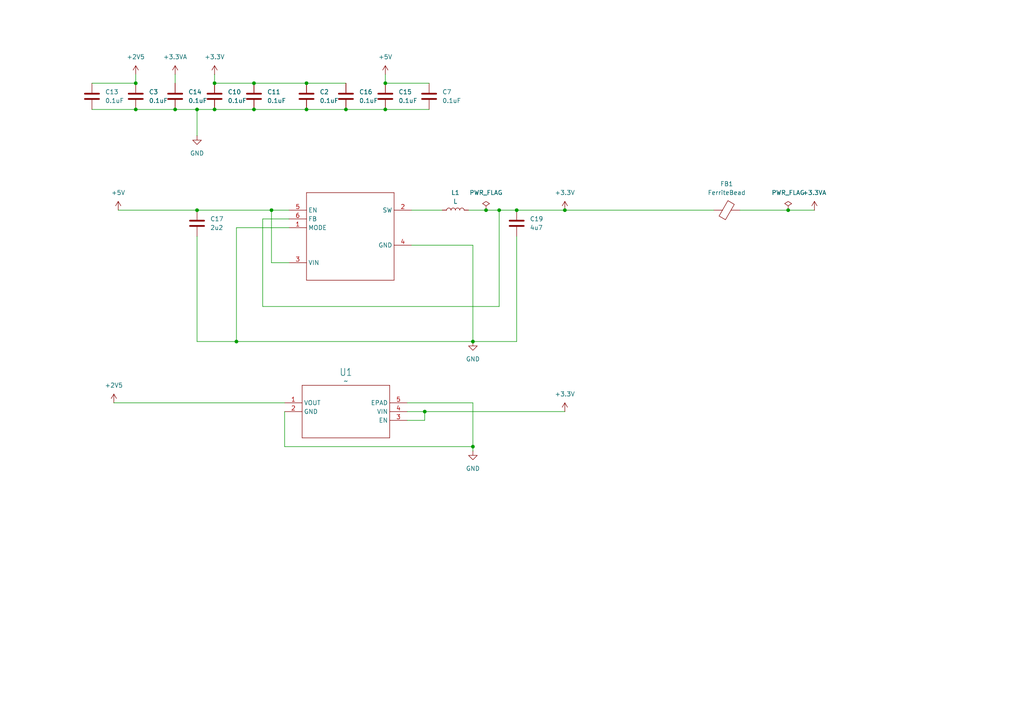
<source format=kicad_sch>
(kicad_sch
	(version 20250114)
	(generator "eeschema")
	(generator_version "9.0")
	(uuid "019be46e-a76b-4c7a-91f6-ecde0b6b9432")
	(paper "A4")
	(lib_symbols
		(symbol "Device:C"
			(pin_numbers
				(hide yes)
			)
			(pin_names
				(offset 0.254)
			)
			(exclude_from_sim no)
			(in_bom yes)
			(on_board yes)
			(property "Reference" "C"
				(at 0.635 2.54 0)
				(effects
					(font
						(size 1.27 1.27)
					)
					(justify left)
				)
			)
			(property "Value" "C"
				(at 0.635 -2.54 0)
				(effects
					(font
						(size 1.27 1.27)
					)
					(justify left)
				)
			)
			(property "Footprint" ""
				(at 0.9652 -3.81 0)
				(effects
					(font
						(size 1.27 1.27)
					)
					(hide yes)
				)
			)
			(property "Datasheet" "~"
				(at 0 0 0)
				(effects
					(font
						(size 1.27 1.27)
					)
					(hide yes)
				)
			)
			(property "Description" "Unpolarized capacitor"
				(at 0 0 0)
				(effects
					(font
						(size 1.27 1.27)
					)
					(hide yes)
				)
			)
			(property "ki_keywords" "cap capacitor"
				(at 0 0 0)
				(effects
					(font
						(size 1.27 1.27)
					)
					(hide yes)
				)
			)
			(property "ki_fp_filters" "C_*"
				(at 0 0 0)
				(effects
					(font
						(size 1.27 1.27)
					)
					(hide yes)
				)
			)
			(symbol "C_0_1"
				(polyline
					(pts
						(xy -2.032 0.762) (xy 2.032 0.762)
					)
					(stroke
						(width 0.508)
						(type default)
					)
					(fill
						(type none)
					)
				)
				(polyline
					(pts
						(xy -2.032 -0.762) (xy 2.032 -0.762)
					)
					(stroke
						(width 0.508)
						(type default)
					)
					(fill
						(type none)
					)
				)
			)
			(symbol "C_1_1"
				(pin passive line
					(at 0 3.81 270)
					(length 2.794)
					(name "~"
						(effects
							(font
								(size 1.27 1.27)
							)
						)
					)
					(number "1"
						(effects
							(font
								(size 1.27 1.27)
							)
						)
					)
				)
				(pin passive line
					(at 0 -3.81 90)
					(length 2.794)
					(name "~"
						(effects
							(font
								(size 1.27 1.27)
							)
						)
					)
					(number "2"
						(effects
							(font
								(size 1.27 1.27)
							)
						)
					)
				)
			)
			(embedded_fonts no)
		)
		(symbol "Device:FerriteBead"
			(pin_numbers
				(hide yes)
			)
			(pin_names
				(offset 0)
			)
			(exclude_from_sim no)
			(in_bom yes)
			(on_board yes)
			(property "Reference" "FB"
				(at -3.81 0.635 90)
				(effects
					(font
						(size 1.27 1.27)
					)
				)
			)
			(property "Value" "FerriteBead"
				(at 3.81 0 90)
				(effects
					(font
						(size 1.27 1.27)
					)
				)
			)
			(property "Footprint" ""
				(at -1.778 0 90)
				(effects
					(font
						(size 1.27 1.27)
					)
					(hide yes)
				)
			)
			(property "Datasheet" "~"
				(at 0 0 0)
				(effects
					(font
						(size 1.27 1.27)
					)
					(hide yes)
				)
			)
			(property "Description" "Ferrite bead"
				(at 0 0 0)
				(effects
					(font
						(size 1.27 1.27)
					)
					(hide yes)
				)
			)
			(property "ki_keywords" "L ferrite bead inductor filter"
				(at 0 0 0)
				(effects
					(font
						(size 1.27 1.27)
					)
					(hide yes)
				)
			)
			(property "ki_fp_filters" "Inductor_* L_* *Ferrite*"
				(at 0 0 0)
				(effects
					(font
						(size 1.27 1.27)
					)
					(hide yes)
				)
			)
			(symbol "FerriteBead_0_1"
				(polyline
					(pts
						(xy -2.7686 0.4064) (xy -1.7018 2.2606) (xy 2.7686 -0.3048) (xy 1.6764 -2.159) (xy -2.7686 0.4064)
					)
					(stroke
						(width 0)
						(type default)
					)
					(fill
						(type none)
					)
				)
				(polyline
					(pts
						(xy 0 1.27) (xy 0 1.2954)
					)
					(stroke
						(width 0)
						(type default)
					)
					(fill
						(type none)
					)
				)
				(polyline
					(pts
						(xy 0 -1.27) (xy 0 -1.2192)
					)
					(stroke
						(width 0)
						(type default)
					)
					(fill
						(type none)
					)
				)
			)
			(symbol "FerriteBead_1_1"
				(pin passive line
					(at 0 3.81 270)
					(length 2.54)
					(name "~"
						(effects
							(font
								(size 1.27 1.27)
							)
						)
					)
					(number "1"
						(effects
							(font
								(size 1.27 1.27)
							)
						)
					)
				)
				(pin passive line
					(at 0 -3.81 90)
					(length 2.54)
					(name "~"
						(effects
							(font
								(size 1.27 1.27)
							)
						)
					)
					(number "2"
						(effects
							(font
								(size 1.27 1.27)
							)
						)
					)
				)
			)
			(embedded_fonts no)
		)
		(symbol "Device:L"
			(pin_numbers
				(hide yes)
			)
			(pin_names
				(offset 1.016)
				(hide yes)
			)
			(exclude_from_sim no)
			(in_bom yes)
			(on_board yes)
			(property "Reference" "L"
				(at -1.27 0 90)
				(effects
					(font
						(size 1.27 1.27)
					)
				)
			)
			(property "Value" "L"
				(at 1.905 0 90)
				(effects
					(font
						(size 1.27 1.27)
					)
				)
			)
			(property "Footprint" ""
				(at 0 0 0)
				(effects
					(font
						(size 1.27 1.27)
					)
					(hide yes)
				)
			)
			(property "Datasheet" "~"
				(at 0 0 0)
				(effects
					(font
						(size 1.27 1.27)
					)
					(hide yes)
				)
			)
			(property "Description" "Inductor"
				(at 0 0 0)
				(effects
					(font
						(size 1.27 1.27)
					)
					(hide yes)
				)
			)
			(property "ki_keywords" "inductor choke coil reactor magnetic"
				(at 0 0 0)
				(effects
					(font
						(size 1.27 1.27)
					)
					(hide yes)
				)
			)
			(property "ki_fp_filters" "Choke_* *Coil* Inductor_* L_*"
				(at 0 0 0)
				(effects
					(font
						(size 1.27 1.27)
					)
					(hide yes)
				)
			)
			(symbol "L_0_1"
				(arc
					(start 0 2.54)
					(mid 0.6323 1.905)
					(end 0 1.27)
					(stroke
						(width 0)
						(type default)
					)
					(fill
						(type none)
					)
				)
				(arc
					(start 0 1.27)
					(mid 0.6323 0.635)
					(end 0 0)
					(stroke
						(width 0)
						(type default)
					)
					(fill
						(type none)
					)
				)
				(arc
					(start 0 0)
					(mid 0.6323 -0.635)
					(end 0 -1.27)
					(stroke
						(width 0)
						(type default)
					)
					(fill
						(type none)
					)
				)
				(arc
					(start 0 -1.27)
					(mid 0.6323 -1.905)
					(end 0 -2.54)
					(stroke
						(width 0)
						(type default)
					)
					(fill
						(type none)
					)
				)
			)
			(symbol "L_1_1"
				(pin passive line
					(at 0 3.81 270)
					(length 1.27)
					(name "1"
						(effects
							(font
								(size 1.27 1.27)
							)
						)
					)
					(number "1"
						(effects
							(font
								(size 1.27 1.27)
							)
						)
					)
				)
				(pin passive line
					(at 0 -3.81 90)
					(length 1.27)
					(name "2"
						(effects
							(font
								(size 1.27 1.27)
							)
						)
					)
					(number "2"
						(effects
							(font
								(size 1.27 1.27)
							)
						)
					)
				)
			)
			(embedded_fonts no)
		)
		(symbol "max10u169:MIC94310-JYMT-TR"
			(exclude_from_sim no)
			(in_bom yes)
			(on_board yes)
			(property "Reference" "U"
				(at 15.5956 9.1186 0)
				(effects
					(font
						(size 2.0828 1.7703)
					)
					(justify left bottom)
				)
			)
			(property "Value" ""
				(at 14.9606 6.5786 0)
				(effects
					(font
						(size 2.0828 1.7703)
					)
					(justify left bottom)
				)
			)
			(property "Footprint" "max10:TDFN4_1P2X1P6_MCH"
				(at 0 0 0)
				(effects
					(font
						(size 1.27 1.27)
					)
					(hide yes)
				)
			)
			(property "Datasheet" ""
				(at 0 0 0)
				(effects
					(font
						(size 1.27 1.27)
					)
					(hide yes)
				)
			)
			(property "Description" ""
				(at 0 0 0)
				(effects
					(font
						(size 1.27 1.27)
					)
					(hide yes)
				)
			)
			(property "ki_locked" ""
				(at 0 0 0)
				(effects
					(font
						(size 1.27 1.27)
					)
				)
			)
			(symbol "MIC94310-JYMT-TR_1_0"
				(polyline
					(pts
						(xy 7.62 5.08) (xy 7.62 -10.16)
					)
					(stroke
						(width 0.1524)
						(type solid)
					)
					(fill
						(type none)
					)
				)
				(polyline
					(pts
						(xy 7.62 -10.16) (xy 33.02 -10.16)
					)
					(stroke
						(width 0.1524)
						(type solid)
					)
					(fill
						(type none)
					)
				)
				(polyline
					(pts
						(xy 33.02 5.08) (xy 7.62 5.08)
					)
					(stroke
						(width 0.1524)
						(type solid)
					)
					(fill
						(type none)
					)
				)
				(polyline
					(pts
						(xy 33.02 -10.16) (xy 33.02 5.08)
					)
					(stroke
						(width 0.1524)
						(type solid)
					)
					(fill
						(type none)
					)
				)
				(pin output line
					(at 2.54 0 0)
					(length 5.08)
					(name "VOUT"
						(effects
							(font
								(size 1.27 1.27)
							)
						)
					)
					(number "1"
						(effects
							(font
								(size 1.27 1.27)
							)
						)
					)
				)
				(pin power_in line
					(at 2.54 -2.54 0)
					(length 5.08)
					(name "GND"
						(effects
							(font
								(size 1.27 1.27)
							)
						)
					)
					(number "2"
						(effects
							(font
								(size 1.27 1.27)
							)
						)
					)
				)
				(pin passive line
					(at 38.1 0 180)
					(length 5.08)
					(name "EPAD"
						(effects
							(font
								(size 1.27 1.27)
							)
						)
					)
					(number "5"
						(effects
							(font
								(size 1.27 1.27)
							)
						)
					)
				)
				(pin input line
					(at 38.1 -2.54 180)
					(length 5.08)
					(name "VIN"
						(effects
							(font
								(size 1.27 1.27)
							)
						)
					)
					(number "4"
						(effects
							(font
								(size 1.27 1.27)
							)
						)
					)
				)
				(pin input line
					(at 38.1 -5.08 180)
					(length 5.08)
					(name "EN"
						(effects
							(font
								(size 1.27 1.27)
							)
						)
					)
					(number "3"
						(effects
							(font
								(size 1.27 1.27)
							)
						)
					)
				)
			)
			(embedded_fonts no)
		)
		(symbol "max10u169:TPS62237DRYR"
			(exclude_from_sim no)
			(in_bom yes)
			(on_board yes)
			(property "Reference" "U"
				(at 15.5956 9.1186 0)
				(effects
					(font
						(size 2.0828 1.7703)
					)
					(justify left bottom)
					(hide yes)
				)
			)
			(property "Value" ""
				(at 14.9606 6.5786 0)
				(effects
					(font
						(size 2.0828 1.7703)
					)
					(justify left bottom)
					(hide yes)
				)
			)
			(property "Footprint" "max10:DRY6"
				(at 0 0 0)
				(effects
					(font
						(size 1.27 1.27)
					)
					(hide yes)
				)
			)
			(property "Datasheet" ""
				(at 0 0 0)
				(effects
					(font
						(size 1.27 1.27)
					)
					(hide yes)
				)
			)
			(property "Description" ""
				(at 0 0 0)
				(effects
					(font
						(size 1.27 1.27)
					)
					(hide yes)
				)
			)
			(property "ki_locked" ""
				(at 0 0 0)
				(effects
					(font
						(size 1.27 1.27)
					)
				)
			)
			(symbol "TPS62237DRYR_1_0"
				(polyline
					(pts
						(xy 7.62 5.08) (xy 7.62 -20.32)
					)
					(stroke
						(width 0.1524)
						(type solid)
					)
					(fill
						(type none)
					)
				)
				(polyline
					(pts
						(xy 7.62 -20.32) (xy 33.02 -20.32)
					)
					(stroke
						(width 0.1524)
						(type solid)
					)
					(fill
						(type none)
					)
				)
				(polyline
					(pts
						(xy 33.02 5.08) (xy 7.62 5.08)
					)
					(stroke
						(width 0.1524)
						(type solid)
					)
					(fill
						(type none)
					)
				)
				(polyline
					(pts
						(xy 33.02 -20.32) (xy 33.02 5.08)
					)
					(stroke
						(width 0.1524)
						(type solid)
					)
					(fill
						(type none)
					)
				)
				(pin input line
					(at 2.54 0 0)
					(length 5.08)
					(name "EN"
						(effects
							(font
								(size 1.27 1.27)
							)
						)
					)
					(number "5"
						(effects
							(font
								(size 1.27 1.27)
							)
						)
					)
				)
				(pin input line
					(at 2.54 -2.54 0)
					(length 5.08)
					(name "FB"
						(effects
							(font
								(size 1.27 1.27)
							)
						)
					)
					(number "6"
						(effects
							(font
								(size 1.27 1.27)
							)
						)
					)
				)
				(pin input line
					(at 2.54 -5.08 0)
					(length 5.08)
					(name "MODE"
						(effects
							(font
								(size 1.27 1.27)
							)
						)
					)
					(number "1"
						(effects
							(font
								(size 1.27 1.27)
							)
						)
					)
				)
				(pin power_in line
					(at 2.54 -15.24 0)
					(length 5.08)
					(name "VIN"
						(effects
							(font
								(size 1.27 1.27)
							)
						)
					)
					(number "3"
						(effects
							(font
								(size 1.27 1.27)
							)
						)
					)
				)
				(pin output line
					(at 38.1 0 180)
					(length 5.08)
					(name "SW"
						(effects
							(font
								(size 1.27 1.27)
							)
						)
					)
					(number "2"
						(effects
							(font
								(size 1.27 1.27)
							)
						)
					)
				)
				(pin power_in line
					(at 38.1 -10.16 180)
					(length 5.08)
					(name "GND"
						(effects
							(font
								(size 1.27 1.27)
							)
						)
					)
					(number "4"
						(effects
							(font
								(size 1.27 1.27)
							)
						)
					)
				)
			)
			(embedded_fonts no)
		)
		(symbol "power:+2V5"
			(power)
			(pin_numbers
				(hide yes)
			)
			(pin_names
				(offset 0)
				(hide yes)
			)
			(exclude_from_sim no)
			(in_bom yes)
			(on_board yes)
			(property "Reference" "#PWR"
				(at 0 -3.81 0)
				(effects
					(font
						(size 1.27 1.27)
					)
					(hide yes)
				)
			)
			(property "Value" "+2V5"
				(at 0 3.556 0)
				(effects
					(font
						(size 1.27 1.27)
					)
				)
			)
			(property "Footprint" ""
				(at 0 0 0)
				(effects
					(font
						(size 1.27 1.27)
					)
					(hide yes)
				)
			)
			(property "Datasheet" ""
				(at 0 0 0)
				(effects
					(font
						(size 1.27 1.27)
					)
					(hide yes)
				)
			)
			(property "Description" "Power symbol creates a global label with name \"+2V5\""
				(at 0 0 0)
				(effects
					(font
						(size 1.27 1.27)
					)
					(hide yes)
				)
			)
			(property "ki_keywords" "global power"
				(at 0 0 0)
				(effects
					(font
						(size 1.27 1.27)
					)
					(hide yes)
				)
			)
			(symbol "+2V5_0_1"
				(polyline
					(pts
						(xy -0.762 1.27) (xy 0 2.54)
					)
					(stroke
						(width 0)
						(type default)
					)
					(fill
						(type none)
					)
				)
				(polyline
					(pts
						(xy 0 2.54) (xy 0.762 1.27)
					)
					(stroke
						(width 0)
						(type default)
					)
					(fill
						(type none)
					)
				)
				(polyline
					(pts
						(xy 0 0) (xy 0 2.54)
					)
					(stroke
						(width 0)
						(type default)
					)
					(fill
						(type none)
					)
				)
			)
			(symbol "+2V5_1_1"
				(pin power_in line
					(at 0 0 90)
					(length 0)
					(name "~"
						(effects
							(font
								(size 1.27 1.27)
							)
						)
					)
					(number "1"
						(effects
							(font
								(size 1.27 1.27)
							)
						)
					)
				)
			)
			(embedded_fonts no)
		)
		(symbol "power:+3.3V"
			(power)
			(pin_numbers
				(hide yes)
			)
			(pin_names
				(offset 0)
				(hide yes)
			)
			(exclude_from_sim no)
			(in_bom yes)
			(on_board yes)
			(property "Reference" "#PWR"
				(at 0 -3.81 0)
				(effects
					(font
						(size 1.27 1.27)
					)
					(hide yes)
				)
			)
			(property "Value" "+3.3V"
				(at 0 3.556 0)
				(effects
					(font
						(size 1.27 1.27)
					)
				)
			)
			(property "Footprint" ""
				(at 0 0 0)
				(effects
					(font
						(size 1.27 1.27)
					)
					(hide yes)
				)
			)
			(property "Datasheet" ""
				(at 0 0 0)
				(effects
					(font
						(size 1.27 1.27)
					)
					(hide yes)
				)
			)
			(property "Description" "Power symbol creates a global label with name \"+3.3V\""
				(at 0 0 0)
				(effects
					(font
						(size 1.27 1.27)
					)
					(hide yes)
				)
			)
			(property "ki_keywords" "global power"
				(at 0 0 0)
				(effects
					(font
						(size 1.27 1.27)
					)
					(hide yes)
				)
			)
			(symbol "+3.3V_0_1"
				(polyline
					(pts
						(xy -0.762 1.27) (xy 0 2.54)
					)
					(stroke
						(width 0)
						(type default)
					)
					(fill
						(type none)
					)
				)
				(polyline
					(pts
						(xy 0 2.54) (xy 0.762 1.27)
					)
					(stroke
						(width 0)
						(type default)
					)
					(fill
						(type none)
					)
				)
				(polyline
					(pts
						(xy 0 0) (xy 0 2.54)
					)
					(stroke
						(width 0)
						(type default)
					)
					(fill
						(type none)
					)
				)
			)
			(symbol "+3.3V_1_1"
				(pin power_in line
					(at 0 0 90)
					(length 0)
					(name "~"
						(effects
							(font
								(size 1.27 1.27)
							)
						)
					)
					(number "1"
						(effects
							(font
								(size 1.27 1.27)
							)
						)
					)
				)
			)
			(embedded_fonts no)
		)
		(symbol "power:+3.3VA"
			(power)
			(pin_numbers
				(hide yes)
			)
			(pin_names
				(offset 0)
				(hide yes)
			)
			(exclude_from_sim no)
			(in_bom yes)
			(on_board yes)
			(property "Reference" "#PWR"
				(at 0 -3.81 0)
				(effects
					(font
						(size 1.27 1.27)
					)
					(hide yes)
				)
			)
			(property "Value" "+3.3VA"
				(at 0 3.556 0)
				(effects
					(font
						(size 1.27 1.27)
					)
				)
			)
			(property "Footprint" ""
				(at 0 0 0)
				(effects
					(font
						(size 1.27 1.27)
					)
					(hide yes)
				)
			)
			(property "Datasheet" ""
				(at 0 0 0)
				(effects
					(font
						(size 1.27 1.27)
					)
					(hide yes)
				)
			)
			(property "Description" "Power symbol creates a global label with name \"+3.3VA\""
				(at 0 0 0)
				(effects
					(font
						(size 1.27 1.27)
					)
					(hide yes)
				)
			)
			(property "ki_keywords" "global power"
				(at 0 0 0)
				(effects
					(font
						(size 1.27 1.27)
					)
					(hide yes)
				)
			)
			(symbol "+3.3VA_0_1"
				(polyline
					(pts
						(xy -0.762 1.27) (xy 0 2.54)
					)
					(stroke
						(width 0)
						(type default)
					)
					(fill
						(type none)
					)
				)
				(polyline
					(pts
						(xy 0 2.54) (xy 0.762 1.27)
					)
					(stroke
						(width 0)
						(type default)
					)
					(fill
						(type none)
					)
				)
				(polyline
					(pts
						(xy 0 0) (xy 0 2.54)
					)
					(stroke
						(width 0)
						(type default)
					)
					(fill
						(type none)
					)
				)
			)
			(symbol "+3.3VA_1_1"
				(pin power_in line
					(at 0 0 90)
					(length 0)
					(name "~"
						(effects
							(font
								(size 1.27 1.27)
							)
						)
					)
					(number "1"
						(effects
							(font
								(size 1.27 1.27)
							)
						)
					)
				)
			)
			(embedded_fonts no)
		)
		(symbol "power:+5V"
			(power)
			(pin_numbers
				(hide yes)
			)
			(pin_names
				(offset 0)
				(hide yes)
			)
			(exclude_from_sim no)
			(in_bom yes)
			(on_board yes)
			(property "Reference" "#PWR"
				(at 0 -3.81 0)
				(effects
					(font
						(size 1.27 1.27)
					)
					(hide yes)
				)
			)
			(property "Value" "+5V"
				(at 0 3.556 0)
				(effects
					(font
						(size 1.27 1.27)
					)
				)
			)
			(property "Footprint" ""
				(at 0 0 0)
				(effects
					(font
						(size 1.27 1.27)
					)
					(hide yes)
				)
			)
			(property "Datasheet" ""
				(at 0 0 0)
				(effects
					(font
						(size 1.27 1.27)
					)
					(hide yes)
				)
			)
			(property "Description" "Power symbol creates a global label with name \"+5V\""
				(at 0 0 0)
				(effects
					(font
						(size 1.27 1.27)
					)
					(hide yes)
				)
			)
			(property "ki_keywords" "global power"
				(at 0 0 0)
				(effects
					(font
						(size 1.27 1.27)
					)
					(hide yes)
				)
			)
			(symbol "+5V_0_1"
				(polyline
					(pts
						(xy -0.762 1.27) (xy 0 2.54)
					)
					(stroke
						(width 0)
						(type default)
					)
					(fill
						(type none)
					)
				)
				(polyline
					(pts
						(xy 0 2.54) (xy 0.762 1.27)
					)
					(stroke
						(width 0)
						(type default)
					)
					(fill
						(type none)
					)
				)
				(polyline
					(pts
						(xy 0 0) (xy 0 2.54)
					)
					(stroke
						(width 0)
						(type default)
					)
					(fill
						(type none)
					)
				)
			)
			(symbol "+5V_1_1"
				(pin power_in line
					(at 0 0 90)
					(length 0)
					(name "~"
						(effects
							(font
								(size 1.27 1.27)
							)
						)
					)
					(number "1"
						(effects
							(font
								(size 1.27 1.27)
							)
						)
					)
				)
			)
			(embedded_fonts no)
		)
		(symbol "power:GND"
			(power)
			(pin_numbers
				(hide yes)
			)
			(pin_names
				(offset 0)
				(hide yes)
			)
			(exclude_from_sim no)
			(in_bom yes)
			(on_board yes)
			(property "Reference" "#PWR"
				(at 0 -6.35 0)
				(effects
					(font
						(size 1.27 1.27)
					)
					(hide yes)
				)
			)
			(property "Value" "GND"
				(at 0 -3.81 0)
				(effects
					(font
						(size 1.27 1.27)
					)
				)
			)
			(property "Footprint" ""
				(at 0 0 0)
				(effects
					(font
						(size 1.27 1.27)
					)
					(hide yes)
				)
			)
			(property "Datasheet" ""
				(at 0 0 0)
				(effects
					(font
						(size 1.27 1.27)
					)
					(hide yes)
				)
			)
			(property "Description" "Power symbol creates a global label with name \"GND\" , ground"
				(at 0 0 0)
				(effects
					(font
						(size 1.27 1.27)
					)
					(hide yes)
				)
			)
			(property "ki_keywords" "global power"
				(at 0 0 0)
				(effects
					(font
						(size 1.27 1.27)
					)
					(hide yes)
				)
			)
			(symbol "GND_0_1"
				(polyline
					(pts
						(xy 0 0) (xy 0 -1.27) (xy 1.27 -1.27) (xy 0 -2.54) (xy -1.27 -1.27) (xy 0 -1.27)
					)
					(stroke
						(width 0)
						(type default)
					)
					(fill
						(type none)
					)
				)
			)
			(symbol "GND_1_1"
				(pin power_in line
					(at 0 0 270)
					(length 0)
					(name "~"
						(effects
							(font
								(size 1.27 1.27)
							)
						)
					)
					(number "1"
						(effects
							(font
								(size 1.27 1.27)
							)
						)
					)
				)
			)
			(embedded_fonts no)
		)
		(symbol "power:PWR_FLAG"
			(power)
			(pin_numbers
				(hide yes)
			)
			(pin_names
				(offset 0)
				(hide yes)
			)
			(exclude_from_sim no)
			(in_bom yes)
			(on_board yes)
			(property "Reference" "#FLG"
				(at 0 1.905 0)
				(effects
					(font
						(size 1.27 1.27)
					)
					(hide yes)
				)
			)
			(property "Value" "PWR_FLAG"
				(at 0 3.81 0)
				(effects
					(font
						(size 1.27 1.27)
					)
				)
			)
			(property "Footprint" ""
				(at 0 0 0)
				(effects
					(font
						(size 1.27 1.27)
					)
					(hide yes)
				)
			)
			(property "Datasheet" "~"
				(at 0 0 0)
				(effects
					(font
						(size 1.27 1.27)
					)
					(hide yes)
				)
			)
			(property "Description" "Special symbol for telling ERC where power comes from"
				(at 0 0 0)
				(effects
					(font
						(size 1.27 1.27)
					)
					(hide yes)
				)
			)
			(property "ki_keywords" "flag power"
				(at 0 0 0)
				(effects
					(font
						(size 1.27 1.27)
					)
					(hide yes)
				)
			)
			(symbol "PWR_FLAG_0_0"
				(pin power_out line
					(at 0 0 90)
					(length 0)
					(name "~"
						(effects
							(font
								(size 1.27 1.27)
							)
						)
					)
					(number "1"
						(effects
							(font
								(size 1.27 1.27)
							)
						)
					)
				)
			)
			(symbol "PWR_FLAG_0_1"
				(polyline
					(pts
						(xy 0 0) (xy 0 1.27) (xy -1.016 1.905) (xy 0 2.54) (xy 1.016 1.905) (xy 0 1.27)
					)
					(stroke
						(width 0)
						(type default)
					)
					(fill
						(type none)
					)
				)
			)
			(embedded_fonts no)
		)
	)
	(junction
		(at 88.9 31.75)
		(diameter 0)
		(color 0 0 0 0)
		(uuid "01fc27d5-98d7-4765-88b6-a0bcc522d12c")
	)
	(junction
		(at 57.15 60.96)
		(diameter 0)
		(color 0 0 0 0)
		(uuid "2a7ddd04-0a84-4708-bd23-0cf36583273a")
	)
	(junction
		(at 163.83 60.96)
		(diameter 0)
		(color 0 0 0 0)
		(uuid "3640a7e1-fe78-4f1e-b50c-0c3cb85e285a")
	)
	(junction
		(at 100.33 31.75)
		(diameter 0)
		(color 0 0 0 0)
		(uuid "3a527397-6eff-4eb0-8834-c0c494dea88c")
	)
	(junction
		(at 68.58 99.06)
		(diameter 0)
		(color 0 0 0 0)
		(uuid "3d14c0eb-b5ee-4116-ae23-ec4891a7de17")
	)
	(junction
		(at 50.8 31.75)
		(diameter 0)
		(color 0 0 0 0)
		(uuid "4225582a-4bb5-49c6-90bc-748fdad08466")
	)
	(junction
		(at 123.19 119.38)
		(diameter 0)
		(color 0 0 0 0)
		(uuid "50e30cc6-c511-425c-952e-64b47049a3eb")
	)
	(junction
		(at 57.15 31.75)
		(diameter 0)
		(color 0 0 0 0)
		(uuid "58a353cc-80d6-42ec-a0ca-b6ddfac31625")
	)
	(junction
		(at 111.76 24.13)
		(diameter 0)
		(color 0 0 0 0)
		(uuid "6e20ccee-28c8-4674-8aaf-23869f23d7cb")
	)
	(junction
		(at 149.86 60.96)
		(diameter 0)
		(color 0 0 0 0)
		(uuid "8c0b6e73-bcba-431c-a014-a3ce41252970")
	)
	(junction
		(at 111.76 31.75)
		(diameter 0)
		(color 0 0 0 0)
		(uuid "8c837490-413c-4145-bef2-63eed0984a33")
	)
	(junction
		(at 140.97 60.96)
		(diameter 0)
		(color 0 0 0 0)
		(uuid "8ec6ed0d-b563-4dc7-b8d7-b1f00a56c205")
	)
	(junction
		(at 73.66 24.13)
		(diameter 0)
		(color 0 0 0 0)
		(uuid "9c244ced-21d3-4b02-ac05-65ab8d5dbf47")
	)
	(junction
		(at 73.66 31.75)
		(diameter 0)
		(color 0 0 0 0)
		(uuid "a36cf86e-6559-4fe7-b1a7-11d5ad159ef0")
	)
	(junction
		(at 39.37 24.13)
		(diameter 0)
		(color 0 0 0 0)
		(uuid "aa6a6d35-9680-4a24-9926-5011fba806d4")
	)
	(junction
		(at 144.78 60.96)
		(diameter 0)
		(color 0 0 0 0)
		(uuid "b6eeb3c1-3a2f-4904-b999-63a75a310e59")
	)
	(junction
		(at 62.23 31.75)
		(diameter 0)
		(color 0 0 0 0)
		(uuid "b780313e-4a91-4357-a953-30004aefe78f")
	)
	(junction
		(at 137.16 129.54)
		(diameter 0)
		(color 0 0 0 0)
		(uuid "c9390a38-9d85-4d57-9d90-493cbd290c81")
	)
	(junction
		(at 137.16 99.06)
		(diameter 0)
		(color 0 0 0 0)
		(uuid "cb06dbd0-fc03-44c5-8bae-cd3232e17486")
	)
	(junction
		(at 228.6 60.96)
		(diameter 0)
		(color 0 0 0 0)
		(uuid "d6575f90-aa53-4483-b59d-cba5405fedeb")
	)
	(junction
		(at 78.74 60.96)
		(diameter 0)
		(color 0 0 0 0)
		(uuid "e35d946d-09c5-4a86-a2f2-0e0a095febea")
	)
	(junction
		(at 88.9 24.13)
		(diameter 0)
		(color 0 0 0 0)
		(uuid "e4f6bb89-451a-4bc8-879b-d81eb522471e")
	)
	(junction
		(at 39.37 31.75)
		(diameter 0)
		(color 0 0 0 0)
		(uuid "fea2c841-e0d7-4974-b8fd-7a0257d89e31")
	)
	(junction
		(at 62.23 24.13)
		(diameter 0)
		(color 0 0 0 0)
		(uuid "fffd1880-6c30-4c76-a59c-b75ba13016de")
	)
	(wire
		(pts
			(xy 78.74 76.2) (xy 78.74 60.96)
		)
		(stroke
			(width 0)
			(type default)
		)
		(uuid "07c16a52-4a02-4901-a771-9383bcbcf6a9")
	)
	(wire
		(pts
			(xy 137.16 99.06) (xy 137.16 71.12)
		)
		(stroke
			(width 0)
			(type default)
		)
		(uuid "09535ef4-78cb-4ea2-8a03-c3d72b040d46")
	)
	(wire
		(pts
			(xy 62.23 24.13) (xy 73.66 24.13)
		)
		(stroke
			(width 0)
			(type default)
		)
		(uuid "0da3f39e-5f91-48b5-8e52-2f004c6a891e")
	)
	(wire
		(pts
			(xy 50.8 31.75) (xy 57.15 31.75)
		)
		(stroke
			(width 0)
			(type default)
		)
		(uuid "105ae602-eb26-4529-b37d-8e6c0aa70e07")
	)
	(wire
		(pts
			(xy 140.97 60.96) (xy 144.78 60.96)
		)
		(stroke
			(width 0)
			(type default)
		)
		(uuid "106f5026-3d19-4227-af5a-d2598ed40354")
	)
	(wire
		(pts
			(xy 123.19 119.38) (xy 163.83 119.38)
		)
		(stroke
			(width 0)
			(type default)
		)
		(uuid "13329928-2d08-4932-b91f-66463417ef9f")
	)
	(wire
		(pts
			(xy 76.2 63.5) (xy 83.82 63.5)
		)
		(stroke
			(width 0)
			(type default)
		)
		(uuid "1450eb5b-0167-416a-bd05-229b8a05fda2")
	)
	(wire
		(pts
			(xy 68.58 66.04) (xy 68.58 99.06)
		)
		(stroke
			(width 0)
			(type default)
		)
		(uuid "1492b977-469a-444f-9485-c55932bf411b")
	)
	(wire
		(pts
			(xy 57.15 68.58) (xy 57.15 99.06)
		)
		(stroke
			(width 0)
			(type default)
		)
		(uuid "17389a8b-7e0c-47db-a647-cf0bf121005d")
	)
	(wire
		(pts
			(xy 83.82 66.04) (xy 68.58 66.04)
		)
		(stroke
			(width 0)
			(type default)
		)
		(uuid "1dd7b343-caf1-40f2-9445-d135d4083b7d")
	)
	(wire
		(pts
			(xy 137.16 129.54) (xy 137.16 130.81)
		)
		(stroke
			(width 0)
			(type default)
		)
		(uuid "233efd61-f59f-4fcd-b95d-b4adbd51d69a")
	)
	(wire
		(pts
			(xy 62.23 31.75) (xy 73.66 31.75)
		)
		(stroke
			(width 0)
			(type default)
		)
		(uuid "2ace62d9-1c48-4821-bd48-abd1f0579a84")
	)
	(wire
		(pts
			(xy 88.9 31.75) (xy 100.33 31.75)
		)
		(stroke
			(width 0)
			(type default)
		)
		(uuid "37c542a6-8bde-427f-8ba4-de613424176e")
	)
	(wire
		(pts
			(xy 135.89 60.96) (xy 140.97 60.96)
		)
		(stroke
			(width 0)
			(type default)
		)
		(uuid "46e89393-dac3-4cd7-aef1-5c6b6d04f84f")
	)
	(wire
		(pts
			(xy 83.82 76.2) (xy 78.74 76.2)
		)
		(stroke
			(width 0)
			(type default)
		)
		(uuid "4bfaef87-906b-41bb-84f3-66ab5698c2fa")
	)
	(wire
		(pts
			(xy 26.67 24.13) (xy 39.37 24.13)
		)
		(stroke
			(width 0)
			(type default)
		)
		(uuid "4bfcb2fc-1e44-4d0b-bbd3-ca61b490d729")
	)
	(wire
		(pts
			(xy 118.11 121.92) (xy 123.19 121.92)
		)
		(stroke
			(width 0)
			(type default)
		)
		(uuid "4de34d8b-bdd0-466f-a044-ea3614e0149c")
	)
	(wire
		(pts
			(xy 119.38 60.96) (xy 128.27 60.96)
		)
		(stroke
			(width 0)
			(type default)
		)
		(uuid "544cb2a2-6288-4ef9-afbb-1e8e6946f827")
	)
	(wire
		(pts
			(xy 118.11 119.38) (xy 123.19 119.38)
		)
		(stroke
			(width 0)
			(type default)
		)
		(uuid "56d40f98-0cf4-44b1-91b2-6a199aa6a9ad")
	)
	(wire
		(pts
			(xy 118.11 116.84) (xy 137.16 116.84)
		)
		(stroke
			(width 0)
			(type default)
		)
		(uuid "5a91f214-7a5d-43c9-86d5-83eb7c008665")
	)
	(wire
		(pts
			(xy 149.86 60.96) (xy 163.83 60.96)
		)
		(stroke
			(width 0)
			(type default)
		)
		(uuid "60f33b2f-15be-4d12-9077-4a2eb3d5e5a8")
	)
	(wire
		(pts
			(xy 50.8 21.59) (xy 50.8 24.13)
		)
		(stroke
			(width 0)
			(type default)
		)
		(uuid "6454dc45-35d0-4a37-9729-c657132f50f4")
	)
	(wire
		(pts
			(xy 73.66 24.13) (xy 88.9 24.13)
		)
		(stroke
			(width 0)
			(type default)
		)
		(uuid "6a0bace9-8eac-4d0a-9214-a8c51d7f8271")
	)
	(wire
		(pts
			(xy 149.86 99.06) (xy 137.16 99.06)
		)
		(stroke
			(width 0)
			(type default)
		)
		(uuid "76cf0c87-7407-4540-b0f9-3158e9e691c0")
	)
	(wire
		(pts
			(xy 214.63 60.96) (xy 228.6 60.96)
		)
		(stroke
			(width 0)
			(type default)
		)
		(uuid "7942fde7-d2c2-4265-900e-ee016e9f5d32")
	)
	(wire
		(pts
			(xy 78.74 60.96) (xy 83.82 60.96)
		)
		(stroke
			(width 0)
			(type default)
		)
		(uuid "7bc8bcdc-ae9a-40dd-a432-e6a5adff55df")
	)
	(wire
		(pts
			(xy 34.29 60.96) (xy 57.15 60.96)
		)
		(stroke
			(width 0)
			(type default)
		)
		(uuid "7be33026-37ff-4a95-8a43-c0d8cd48463e")
	)
	(wire
		(pts
			(xy 88.9 24.13) (xy 100.33 24.13)
		)
		(stroke
			(width 0)
			(type default)
		)
		(uuid "7f9912da-aa9a-473d-8300-1b3b9b75fd6d")
	)
	(wire
		(pts
			(xy 39.37 31.75) (xy 50.8 31.75)
		)
		(stroke
			(width 0)
			(type default)
		)
		(uuid "80683706-1740-41db-8c69-64eca26bebdb")
	)
	(wire
		(pts
			(xy 82.55 129.54) (xy 137.16 129.54)
		)
		(stroke
			(width 0)
			(type default)
		)
		(uuid "809241c3-36ff-4513-bcd6-00c83c2952d3")
	)
	(wire
		(pts
			(xy 123.19 121.92) (xy 123.19 119.38)
		)
		(stroke
			(width 0)
			(type default)
		)
		(uuid "96b75933-2b4c-411b-906a-54e3bb0b2190")
	)
	(wire
		(pts
			(xy 149.86 68.58) (xy 149.86 99.06)
		)
		(stroke
			(width 0)
			(type default)
		)
		(uuid "9fb2bc1e-c55c-428d-b593-16e189450014")
	)
	(wire
		(pts
			(xy 57.15 31.75) (xy 62.23 31.75)
		)
		(stroke
			(width 0)
			(type default)
		)
		(uuid "a2c0e907-4b71-4215-9009-3ffcf3a42308")
	)
	(wire
		(pts
			(xy 111.76 21.59) (xy 111.76 24.13)
		)
		(stroke
			(width 0)
			(type default)
		)
		(uuid "a58af5e0-b6b1-4f80-b9d0-b76f6376de23")
	)
	(wire
		(pts
			(xy 111.76 31.75) (xy 124.46 31.75)
		)
		(stroke
			(width 0)
			(type default)
		)
		(uuid "ae485c92-cd3b-48a4-8ade-7c068a0366bb")
	)
	(wire
		(pts
			(xy 33.02 116.84) (xy 82.55 116.84)
		)
		(stroke
			(width 0)
			(type default)
		)
		(uuid "aec7c70d-9b23-44bb-a4ce-1821b6a154ca")
	)
	(wire
		(pts
			(xy 144.78 60.96) (xy 149.86 60.96)
		)
		(stroke
			(width 0)
			(type default)
		)
		(uuid "b969df0c-a0b8-410a-a106-f32afd391c06")
	)
	(wire
		(pts
			(xy 62.23 21.59) (xy 62.23 24.13)
		)
		(stroke
			(width 0)
			(type default)
		)
		(uuid "c0b015d8-a8c4-45a5-a65d-f125d7d14f8c")
	)
	(wire
		(pts
			(xy 100.33 31.75) (xy 111.76 31.75)
		)
		(stroke
			(width 0)
			(type default)
		)
		(uuid "c285b274-89ca-4e52-9474-c270edcf19be")
	)
	(wire
		(pts
			(xy 39.37 21.59) (xy 39.37 24.13)
		)
		(stroke
			(width 0)
			(type default)
		)
		(uuid "c508f181-f1b3-4731-b0a6-f085267b3763")
	)
	(wire
		(pts
			(xy 144.78 88.9) (xy 76.2 88.9)
		)
		(stroke
			(width 0)
			(type default)
		)
		(uuid "c6ca253e-f8fa-4844-a019-804919ce6c15")
	)
	(wire
		(pts
			(xy 76.2 88.9) (xy 76.2 63.5)
		)
		(stroke
			(width 0)
			(type default)
		)
		(uuid "c95afafe-c0f3-421f-a273-29d0e84046bd")
	)
	(wire
		(pts
			(xy 111.76 24.13) (xy 124.46 24.13)
		)
		(stroke
			(width 0)
			(type default)
		)
		(uuid "cb4099dd-ff6a-415e-b578-972f00e2d218")
	)
	(wire
		(pts
			(xy 82.55 119.38) (xy 82.55 129.54)
		)
		(stroke
			(width 0)
			(type default)
		)
		(uuid "d08ddb2b-e106-4555-98e7-457b67a6a6ab")
	)
	(wire
		(pts
			(xy 68.58 99.06) (xy 137.16 99.06)
		)
		(stroke
			(width 0)
			(type default)
		)
		(uuid "d1e92328-e50e-4bc3-91d5-e6602f8616d0")
	)
	(wire
		(pts
			(xy 137.16 116.84) (xy 137.16 129.54)
		)
		(stroke
			(width 0)
			(type default)
		)
		(uuid "d1ec0c10-2dab-4d84-9ef7-8a50b34acc89")
	)
	(wire
		(pts
			(xy 228.6 60.96) (xy 236.22 60.96)
		)
		(stroke
			(width 0)
			(type default)
		)
		(uuid "d36a4d6d-0949-41bf-b2f2-3fc2a8d8a44a")
	)
	(wire
		(pts
			(xy 163.83 60.96) (xy 207.01 60.96)
		)
		(stroke
			(width 0)
			(type default)
		)
		(uuid "d8c320c2-924e-49e8-90a7-14a503d2937c")
	)
	(wire
		(pts
			(xy 144.78 60.96) (xy 144.78 88.9)
		)
		(stroke
			(width 0)
			(type default)
		)
		(uuid "e2869e26-92e8-40a6-b0cc-f91ea6bb6619")
	)
	(wire
		(pts
			(xy 57.15 99.06) (xy 68.58 99.06)
		)
		(stroke
			(width 0)
			(type default)
		)
		(uuid "e4b90f9b-58cc-4f9d-8289-53e208e46739")
	)
	(wire
		(pts
			(xy 26.67 31.75) (xy 39.37 31.75)
		)
		(stroke
			(width 0)
			(type default)
		)
		(uuid "f4d1e0f5-10bc-4730-9332-7ad5e93f9ff3")
	)
	(wire
		(pts
			(xy 57.15 31.75) (xy 57.15 39.37)
		)
		(stroke
			(width 0)
			(type default)
		)
		(uuid "f9c47f6a-4c0a-4c63-bbb1-e8592144f551")
	)
	(wire
		(pts
			(xy 57.15 60.96) (xy 78.74 60.96)
		)
		(stroke
			(width 0)
			(type default)
		)
		(uuid "fa6c0d6d-6ce2-44df-9543-c9295f202018")
	)
	(wire
		(pts
			(xy 73.66 31.75) (xy 88.9 31.75)
		)
		(stroke
			(width 0)
			(type default)
		)
		(uuid "fbdd6232-cb35-48f6-af14-e89d5469abb9")
	)
	(wire
		(pts
			(xy 137.16 71.12) (xy 119.38 71.12)
		)
		(stroke
			(width 0)
			(type default)
		)
		(uuid "fcb35a11-b8c9-445f-8658-d5fb0689b4f7")
	)
	(symbol
		(lib_id "power:GND")
		(at 57.15 39.37 0)
		(unit 1)
		(exclude_from_sim no)
		(in_bom yes)
		(on_board yes)
		(dnp no)
		(fields_autoplaced yes)
		(uuid "016dada2-f2ee-4c17-a9b1-6a3cd48d09d4")
		(property "Reference" "#PWR031"
			(at 57.15 45.72 0)
			(effects
				(font
					(size 1.27 1.27)
				)
				(hide yes)
			)
		)
		(property "Value" "GND"
			(at 57.15 44.45 0)
			(effects
				(font
					(size 1.27 1.27)
				)
			)
		)
		(property "Footprint" ""
			(at 57.15 39.37 0)
			(effects
				(font
					(size 1.27 1.27)
				)
				(hide yes)
			)
		)
		(property "Datasheet" ""
			(at 57.15 39.37 0)
			(effects
				(font
					(size 1.27 1.27)
				)
				(hide yes)
			)
		)
		(property "Description" "Power symbol creates a global label with name \"GND\" , ground"
			(at 57.15 39.37 0)
			(effects
				(font
					(size 1.27 1.27)
				)
				(hide yes)
			)
		)
		(pin "1"
			(uuid "7a575716-d191-40a9-8038-82329efbbf06")
		)
		(instances
			(project ""
				(path "/f8f92944-710a-49a0-a698-f840e5f20e15/b3c63cf3-5aec-4ac7-b511-941f39b58d95"
					(reference "#PWR031")
					(unit 1)
				)
			)
		)
	)
	(symbol
		(lib_id "power:+3.3V")
		(at 163.83 119.38 0)
		(unit 1)
		(exclude_from_sim no)
		(in_bom yes)
		(on_board yes)
		(dnp no)
		(fields_autoplaced yes)
		(uuid "05cbf68e-b284-49c2-b4e6-e435fe0fa6a9")
		(property "Reference" "#PWR024"
			(at 163.83 123.19 0)
			(effects
				(font
					(size 1.27 1.27)
				)
				(hide yes)
			)
		)
		(property "Value" "+3.3V"
			(at 163.83 114.3 0)
			(effects
				(font
					(size 1.27 1.27)
				)
			)
		)
		(property "Footprint" ""
			(at 163.83 119.38 0)
			(effects
				(font
					(size 1.27 1.27)
				)
				(hide yes)
			)
		)
		(property "Datasheet" ""
			(at 163.83 119.38 0)
			(effects
				(font
					(size 1.27 1.27)
				)
				(hide yes)
			)
		)
		(property "Description" "Power symbol creates a global label with name \"+3.3V\""
			(at 163.83 119.38 0)
			(effects
				(font
					(size 1.27 1.27)
				)
				(hide yes)
			)
		)
		(pin "1"
			(uuid "1a5aabdb-2ff5-4bb6-8ae6-6fd04e918495")
		)
		(instances
			(project ""
				(path "/f8f92944-710a-49a0-a698-f840e5f20e15/b3c63cf3-5aec-4ac7-b511-941f39b58d95"
					(reference "#PWR024")
					(unit 1)
				)
			)
		)
	)
	(symbol
		(lib_id "Device:C")
		(at 50.8 27.94 0)
		(unit 1)
		(exclude_from_sim no)
		(in_bom yes)
		(on_board yes)
		(dnp no)
		(fields_autoplaced yes)
		(uuid "0b9a6aa1-6f7f-4078-87a9-23f2f372c11e")
		(property "Reference" "C14"
			(at 54.61 26.6699 0)
			(effects
				(font
					(size 1.27 1.27)
				)
				(justify left)
			)
		)
		(property "Value" "0.1uF"
			(at 54.61 29.2099 0)
			(effects
				(font
					(size 1.27 1.27)
				)
				(justify left)
			)
		)
		(property "Footprint" "Capacitor_SMD:C_0603_1608Metric"
			(at 51.7652 31.75 0)
			(effects
				(font
					(size 1.27 1.27)
				)
				(hide yes)
			)
		)
		(property "Datasheet" "~"
			(at 50.8 27.94 0)
			(effects
				(font
					(size 1.27 1.27)
				)
				(hide yes)
			)
		)
		(property "Description" "Unpolarized capacitor"
			(at 50.8 27.94 0)
			(effects
				(font
					(size 1.27 1.27)
				)
				(hide yes)
			)
		)
		(pin "1"
			(uuid "31be9d4d-633e-4790-ab3c-77f032fbcb7a")
		)
		(pin "2"
			(uuid "c73b5f58-583a-41dd-984c-8ccf975140b0")
		)
		(instances
			(project "pokeymax4b"
				(path "/f8f92944-710a-49a0-a698-f840e5f20e15/b3c63cf3-5aec-4ac7-b511-941f39b58d95"
					(reference "C14")
					(unit 1)
				)
			)
		)
	)
	(symbol
		(lib_id "Device:C")
		(at 111.76 27.94 0)
		(unit 1)
		(exclude_from_sim no)
		(in_bom yes)
		(on_board yes)
		(dnp no)
		(fields_autoplaced yes)
		(uuid "12bce3fe-6455-49f6-a341-cebda2e2e377")
		(property "Reference" "C15"
			(at 115.57 26.6699 0)
			(effects
				(font
					(size 1.27 1.27)
				)
				(justify left)
			)
		)
		(property "Value" "0.1uF"
			(at 115.57 29.2099 0)
			(effects
				(font
					(size 1.27 1.27)
				)
				(justify left)
			)
		)
		(property "Footprint" "Capacitor_SMD:C_0603_1608Metric"
			(at 112.7252 31.75 0)
			(effects
				(font
					(size 1.27 1.27)
				)
				(hide yes)
			)
		)
		(property "Datasheet" "~"
			(at 111.76 27.94 0)
			(effects
				(font
					(size 1.27 1.27)
				)
				(hide yes)
			)
		)
		(property "Description" "Unpolarized capacitor"
			(at 111.76 27.94 0)
			(effects
				(font
					(size 1.27 1.27)
				)
				(hide yes)
			)
		)
		(pin "1"
			(uuid "9312893c-aa7b-42ac-9e3a-5132cca1cd25")
		)
		(pin "2"
			(uuid "f68e24dd-2a00-43d0-85f8-f711d086b269")
		)
		(instances
			(project "pokeymax4b"
				(path "/f8f92944-710a-49a0-a698-f840e5f20e15/b3c63cf3-5aec-4ac7-b511-941f39b58d95"
					(reference "C15")
					(unit 1)
				)
			)
		)
	)
	(symbol
		(lib_id "power:+3.3V")
		(at 163.83 60.96 0)
		(unit 1)
		(exclude_from_sim no)
		(in_bom yes)
		(on_board yes)
		(dnp no)
		(fields_autoplaced yes)
		(uuid "324fd391-0a4b-472c-b941-2eb88f0a80e7")
		(property "Reference" "#PWR023"
			(at 163.83 64.77 0)
			(effects
				(font
					(size 1.27 1.27)
				)
				(hide yes)
			)
		)
		(property "Value" "+3.3V"
			(at 163.83 55.88 0)
			(effects
				(font
					(size 1.27 1.27)
				)
			)
		)
		(property "Footprint" ""
			(at 163.83 60.96 0)
			(effects
				(font
					(size 1.27 1.27)
				)
				(hide yes)
			)
		)
		(property "Datasheet" ""
			(at 163.83 60.96 0)
			(effects
				(font
					(size 1.27 1.27)
				)
				(hide yes)
			)
		)
		(property "Description" "Power symbol creates a global label with name \"+3.3V\""
			(at 163.83 60.96 0)
			(effects
				(font
					(size 1.27 1.27)
				)
				(hide yes)
			)
		)
		(pin "1"
			(uuid "bcaa9e3f-3c51-4a07-bd0d-14c378d404dc")
		)
		(instances
			(project ""
				(path "/f8f92944-710a-49a0-a698-f840e5f20e15/b3c63cf3-5aec-4ac7-b511-941f39b58d95"
					(reference "#PWR023")
					(unit 1)
				)
			)
		)
	)
	(symbol
		(lib_id "Device:C")
		(at 26.67 27.94 0)
		(unit 1)
		(exclude_from_sim no)
		(in_bom yes)
		(on_board yes)
		(dnp no)
		(fields_autoplaced yes)
		(uuid "4bd10d5a-ff26-414f-8b2f-ee8be529618e")
		(property "Reference" "C13"
			(at 30.48 26.6699 0)
			(effects
				(font
					(size 1.27 1.27)
				)
				(justify left)
			)
		)
		(property "Value" "0.1uF"
			(at 30.48 29.2099 0)
			(effects
				(font
					(size 1.27 1.27)
				)
				(justify left)
			)
		)
		(property "Footprint" "Capacitor_SMD:C_0603_1608Metric"
			(at 27.6352 31.75 0)
			(effects
				(font
					(size 1.27 1.27)
				)
				(hide yes)
			)
		)
		(property "Datasheet" "~"
			(at 26.67 27.94 0)
			(effects
				(font
					(size 1.27 1.27)
				)
				(hide yes)
			)
		)
		(property "Description" "Unpolarized capacitor"
			(at 26.67 27.94 0)
			(effects
				(font
					(size 1.27 1.27)
				)
				(hide yes)
			)
		)
		(pin "1"
			(uuid "067b98b6-bee8-4d62-9c22-3a32714e7c6c")
		)
		(pin "2"
			(uuid "f362b0b3-724d-4b44-8f8f-0c0a8da190bc")
		)
		(instances
			(project "pokeymax4c"
				(path "/f8f92944-710a-49a0-a698-f840e5f20e15/b3c63cf3-5aec-4ac7-b511-941f39b58d95"
					(reference "C13")
					(unit 1)
				)
			)
		)
	)
	(symbol
		(lib_id "power:+3.3V")
		(at 62.23 21.59 0)
		(unit 1)
		(exclude_from_sim no)
		(in_bom yes)
		(on_board yes)
		(dnp no)
		(fields_autoplaced yes)
		(uuid "52c96d6f-c856-4d1f-8a1d-9a6571e43339")
		(property "Reference" "#PWR029"
			(at 62.23 25.4 0)
			(effects
				(font
					(size 1.27 1.27)
				)
				(hide yes)
			)
		)
		(property "Value" "+3.3V"
			(at 62.23 16.51 0)
			(effects
				(font
					(size 1.27 1.27)
				)
			)
		)
		(property "Footprint" ""
			(at 62.23 21.59 0)
			(effects
				(font
					(size 1.27 1.27)
				)
				(hide yes)
			)
		)
		(property "Datasheet" ""
			(at 62.23 21.59 0)
			(effects
				(font
					(size 1.27 1.27)
				)
				(hide yes)
			)
		)
		(property "Description" "Power symbol creates a global label with name \"+3.3V\""
			(at 62.23 21.59 0)
			(effects
				(font
					(size 1.27 1.27)
				)
				(hide yes)
			)
		)
		(pin "1"
			(uuid "e94f740d-9f2f-4676-ad8e-0cb8f7026532")
		)
		(instances
			(project ""
				(path "/f8f92944-710a-49a0-a698-f840e5f20e15/b3c63cf3-5aec-4ac7-b511-941f39b58d95"
					(reference "#PWR029")
					(unit 1)
				)
			)
		)
	)
	(symbol
		(lib_id "power:+2V5")
		(at 33.02 116.84 0)
		(unit 1)
		(exclude_from_sim no)
		(in_bom yes)
		(on_board yes)
		(dnp no)
		(fields_autoplaced yes)
		(uuid "5b297cb0-dbc3-4dad-a658-28811dfe9799")
		(property "Reference" "#PWR025"
			(at 33.02 120.65 0)
			(effects
				(font
					(size 1.27 1.27)
				)
				(hide yes)
			)
		)
		(property "Value" "+2V5"
			(at 33.02 111.76 0)
			(effects
				(font
					(size 1.27 1.27)
				)
			)
		)
		(property "Footprint" ""
			(at 33.02 116.84 0)
			(effects
				(font
					(size 1.27 1.27)
				)
				(hide yes)
			)
		)
		(property "Datasheet" ""
			(at 33.02 116.84 0)
			(effects
				(font
					(size 1.27 1.27)
				)
				(hide yes)
			)
		)
		(property "Description" "Power symbol creates a global label with name \"+2V5\""
			(at 33.02 116.84 0)
			(effects
				(font
					(size 1.27 1.27)
				)
				(hide yes)
			)
		)
		(pin "1"
			(uuid "de6115a4-6be1-439c-acd4-25bc6e97fd71")
		)
		(instances
			(project ""
				(path "/f8f92944-710a-49a0-a698-f840e5f20e15/b3c63cf3-5aec-4ac7-b511-941f39b58d95"
					(reference "#PWR025")
					(unit 1)
				)
			)
		)
	)
	(symbol
		(lib_id "power:GND")
		(at 137.16 99.06 0)
		(unit 1)
		(exclude_from_sim no)
		(in_bom yes)
		(on_board yes)
		(dnp no)
		(fields_autoplaced yes)
		(uuid "5bdb0f27-fb71-4758-9c6b-723ee1ef0261")
		(property "Reference" "#PWR021"
			(at 137.16 105.41 0)
			(effects
				(font
					(size 1.27 1.27)
				)
				(hide yes)
			)
		)
		(property "Value" "GND"
			(at 137.16 104.14 0)
			(effects
				(font
					(size 1.27 1.27)
				)
			)
		)
		(property "Footprint" ""
			(at 137.16 99.06 0)
			(effects
				(font
					(size 1.27 1.27)
				)
				(hide yes)
			)
		)
		(property "Datasheet" ""
			(at 137.16 99.06 0)
			(effects
				(font
					(size 1.27 1.27)
				)
				(hide yes)
			)
		)
		(property "Description" "Power symbol creates a global label with name \"GND\" , ground"
			(at 137.16 99.06 0)
			(effects
				(font
					(size 1.27 1.27)
				)
				(hide yes)
			)
		)
		(pin "1"
			(uuid "e731bfac-c5af-41d2-a379-2f8ed7c1bd1d")
		)
		(instances
			(project ""
				(path "/f8f92944-710a-49a0-a698-f840e5f20e15/b3c63cf3-5aec-4ac7-b511-941f39b58d95"
					(reference "#PWR021")
					(unit 1)
				)
			)
		)
	)
	(symbol
		(lib_id "Device:C")
		(at 100.33 27.94 0)
		(unit 1)
		(exclude_from_sim no)
		(in_bom yes)
		(on_board yes)
		(dnp no)
		(fields_autoplaced yes)
		(uuid "5bfba86e-aadc-4e62-a1a7-5bb8311207d3")
		(property "Reference" "C16"
			(at 104.14 26.6699 0)
			(effects
				(font
					(size 1.27 1.27)
				)
				(justify left)
			)
		)
		(property "Value" "0.1uF"
			(at 104.14 29.2099 0)
			(effects
				(font
					(size 1.27 1.27)
				)
				(justify left)
			)
		)
		(property "Footprint" "Capacitor_SMD:C_0603_1608Metric"
			(at 101.2952 31.75 0)
			(effects
				(font
					(size 1.27 1.27)
				)
				(hide yes)
			)
		)
		(property "Datasheet" "~"
			(at 100.33 27.94 0)
			(effects
				(font
					(size 1.27 1.27)
				)
				(hide yes)
			)
		)
		(property "Description" "Unpolarized capacitor"
			(at 100.33 27.94 0)
			(effects
				(font
					(size 1.27 1.27)
				)
				(hide yes)
			)
		)
		(pin "1"
			(uuid "f3ae1a88-7a2c-41e0-933c-06669f67a6f0")
		)
		(pin "2"
			(uuid "b7e206cf-a427-45e7-b62e-5f2770e48fb6")
		)
		(instances
			(project "pokeymax4c"
				(path "/f8f92944-710a-49a0-a698-f840e5f20e15/b3c63cf3-5aec-4ac7-b511-941f39b58d95"
					(reference "C16")
					(unit 1)
				)
			)
		)
	)
	(symbol
		(lib_id "power:GND")
		(at 137.16 130.81 0)
		(unit 1)
		(exclude_from_sim no)
		(in_bom yes)
		(on_board yes)
		(dnp no)
		(fields_autoplaced yes)
		(uuid "63965364-3920-41cb-8f19-6b49a58aa286")
		(property "Reference" "#PWR020"
			(at 137.16 137.16 0)
			(effects
				(font
					(size 1.27 1.27)
				)
				(hide yes)
			)
		)
		(property "Value" "GND"
			(at 137.16 135.89 0)
			(effects
				(font
					(size 1.27 1.27)
				)
			)
		)
		(property "Footprint" ""
			(at 137.16 130.81 0)
			(effects
				(font
					(size 1.27 1.27)
				)
				(hide yes)
			)
		)
		(property "Datasheet" ""
			(at 137.16 130.81 0)
			(effects
				(font
					(size 1.27 1.27)
				)
				(hide yes)
			)
		)
		(property "Description" "Power symbol creates a global label with name \"GND\" , ground"
			(at 137.16 130.81 0)
			(effects
				(font
					(size 1.27 1.27)
				)
				(hide yes)
			)
		)
		(pin "1"
			(uuid "8bc83804-73bd-4e40-8c52-4eeaa5f9721e")
		)
		(instances
			(project ""
				(path "/f8f92944-710a-49a0-a698-f840e5f20e15/b3c63cf3-5aec-4ac7-b511-941f39b58d95"
					(reference "#PWR020")
					(unit 1)
				)
			)
		)
	)
	(symbol
		(lib_id "max10u169:MIC94310-JYMT-TR")
		(at 80.01 116.84 0)
		(unit 1)
		(exclude_from_sim no)
		(in_bom yes)
		(on_board yes)
		(dnp no)
		(fields_autoplaced yes)
		(uuid "6709acdb-0ca7-4b6c-93d5-0417394eb122")
		(property "Reference" "U1"
			(at 100.33 107.95 0)
			(effects
				(font
					(size 2.0828 1.7703)
				)
			)
		)
		(property "Value" "~"
			(at 100.33 110.49 0)
			(effects
				(font
					(size 2.0828 1.7703)
				)
			)
		)
		(property "Footprint" "max10:TDFN4_1P2X1P6_MCH"
			(at 80.01 116.84 0)
			(effects
				(font
					(size 1.27 1.27)
				)
				(hide yes)
			)
		)
		(property "Datasheet" ""
			(at 80.01 116.84 0)
			(effects
				(font
					(size 1.27 1.27)
				)
				(hide yes)
			)
		)
		(property "Description" ""
			(at 80.01 116.84 0)
			(effects
				(font
					(size 1.27 1.27)
				)
				(hide yes)
			)
		)
		(pin "4"
			(uuid "0c816c99-5098-4452-981c-9216c643fb18")
		)
		(pin "2"
			(uuid "0ae736ef-368b-4ae6-afa2-31a9e7a226b0")
		)
		(pin "1"
			(uuid "0649bccd-9cbe-4379-a553-4dbe48a3882e")
		)
		(pin "3"
			(uuid "295025d1-f3e3-49b6-833b-6b42f29310d2")
		)
		(pin "5"
			(uuid "0c5eee90-f2ab-4f4f-89a6-5fd381a0f0fd")
		)
		(instances
			(project ""
				(path "/f8f92944-710a-49a0-a698-f840e5f20e15/b3c63cf3-5aec-4ac7-b511-941f39b58d95"
					(reference "U1")
					(unit 1)
				)
			)
		)
	)
	(symbol
		(lib_id "Device:C")
		(at 124.46 27.94 0)
		(unit 1)
		(exclude_from_sim no)
		(in_bom yes)
		(on_board yes)
		(dnp no)
		(fields_autoplaced yes)
		(uuid "7963cbeb-f4aa-449a-962c-d634112dcf86")
		(property "Reference" "C7"
			(at 128.27 26.6699 0)
			(effects
				(font
					(size 1.27 1.27)
				)
				(justify left)
			)
		)
		(property "Value" "0.1uF"
			(at 128.27 29.2099 0)
			(effects
				(font
					(size 1.27 1.27)
				)
				(justify left)
			)
		)
		(property "Footprint" "Capacitor_SMD:C_0603_1608Metric"
			(at 125.4252 31.75 0)
			(effects
				(font
					(size 1.27 1.27)
				)
				(hide yes)
			)
		)
		(property "Datasheet" "~"
			(at 124.46 27.94 0)
			(effects
				(font
					(size 1.27 1.27)
				)
				(hide yes)
			)
		)
		(property "Description" "Unpolarized capacitor"
			(at 124.46 27.94 0)
			(effects
				(font
					(size 1.27 1.27)
				)
				(hide yes)
			)
		)
		(pin "1"
			(uuid "8c5099f0-750d-46f4-bddc-22a19e492a52")
		)
		(pin "2"
			(uuid "f5febf9f-a10a-4634-8a58-fc2ccaeab4a6")
		)
		(instances
			(project "pokeymax4c"
				(path "/f8f92944-710a-49a0-a698-f840e5f20e15/b3c63cf3-5aec-4ac7-b511-941f39b58d95"
					(reference "C7")
					(unit 1)
				)
			)
		)
	)
	(symbol
		(lib_id "power:PWR_FLAG")
		(at 140.97 60.96 0)
		(unit 1)
		(exclude_from_sim no)
		(in_bom yes)
		(on_board yes)
		(dnp no)
		(fields_autoplaced yes)
		(uuid "7fab70c0-a605-43bc-8edb-81e433353234")
		(property "Reference" "#FLG01"
			(at 140.97 59.055 0)
			(effects
				(font
					(size 1.27 1.27)
				)
				(hide yes)
			)
		)
		(property "Value" "PWR_FLAG"
			(at 140.97 55.88 0)
			(effects
				(font
					(size 1.27 1.27)
				)
			)
		)
		(property "Footprint" ""
			(at 140.97 60.96 0)
			(effects
				(font
					(size 1.27 1.27)
				)
				(hide yes)
			)
		)
		(property "Datasheet" "~"
			(at 140.97 60.96 0)
			(effects
				(font
					(size 1.27 1.27)
				)
				(hide yes)
			)
		)
		(property "Description" "Special symbol for telling ERC where power comes from"
			(at 140.97 60.96 0)
			(effects
				(font
					(size 1.27 1.27)
				)
				(hide yes)
			)
		)
		(pin "1"
			(uuid "816a673f-898a-4624-9f41-6ce396fc5166")
		)
		(instances
			(project ""
				(path "/f8f92944-710a-49a0-a698-f840e5f20e15/b3c63cf3-5aec-4ac7-b511-941f39b58d95"
					(reference "#FLG01")
					(unit 1)
				)
			)
		)
	)
	(symbol
		(lib_id "power:+3.3VA")
		(at 50.8 21.59 0)
		(unit 1)
		(exclude_from_sim no)
		(in_bom yes)
		(on_board yes)
		(dnp no)
		(fields_autoplaced yes)
		(uuid "8226c226-454e-46b3-836d-e141648c4101")
		(property "Reference" "#PWR028"
			(at 50.8 25.4 0)
			(effects
				(font
					(size 1.27 1.27)
				)
				(hide yes)
			)
		)
		(property "Value" "+3.3VA"
			(at 50.8 16.51 0)
			(effects
				(font
					(size 1.27 1.27)
				)
			)
		)
		(property "Footprint" ""
			(at 50.8 21.59 0)
			(effects
				(font
					(size 1.27 1.27)
				)
				(hide yes)
			)
		)
		(property "Datasheet" ""
			(at 50.8 21.59 0)
			(effects
				(font
					(size 1.27 1.27)
				)
				(hide yes)
			)
		)
		(property "Description" "Power symbol creates a global label with name \"+3.3VA\""
			(at 50.8 21.59 0)
			(effects
				(font
					(size 1.27 1.27)
				)
				(hide yes)
			)
		)
		(pin "1"
			(uuid "47b3cd62-e8a5-4c39-ae6d-8aecad02242c")
		)
		(instances
			(project ""
				(path "/f8f92944-710a-49a0-a698-f840e5f20e15/b3c63cf3-5aec-4ac7-b511-941f39b58d95"
					(reference "#PWR028")
					(unit 1)
				)
			)
		)
	)
	(symbol
		(lib_id "Device:C")
		(at 39.37 27.94 0)
		(unit 1)
		(exclude_from_sim no)
		(in_bom yes)
		(on_board yes)
		(dnp no)
		(fields_autoplaced yes)
		(uuid "92399f4f-0c17-4007-9827-1ff03522627e")
		(property "Reference" "C3"
			(at 43.18 26.6699 0)
			(effects
				(font
					(size 1.27 1.27)
				)
				(justify left)
			)
		)
		(property "Value" "0.1uF"
			(at 43.18 29.2099 0)
			(effects
				(font
					(size 1.27 1.27)
				)
				(justify left)
			)
		)
		(property "Footprint" "Capacitor_SMD:C_0603_1608Metric"
			(at 40.3352 31.75 0)
			(effects
				(font
					(size 1.27 1.27)
				)
				(hide yes)
			)
		)
		(property "Datasheet" "~"
			(at 39.37 27.94 0)
			(effects
				(font
					(size 1.27 1.27)
				)
				(hide yes)
			)
		)
		(property "Description" "Unpolarized capacitor"
			(at 39.37 27.94 0)
			(effects
				(font
					(size 1.27 1.27)
				)
				(hide yes)
			)
		)
		(pin "1"
			(uuid "8a230df3-e718-448a-ad8c-91000c78f80a")
		)
		(pin "2"
			(uuid "e4847fe8-bc66-4cc5-92a7-5debea7b0ab1")
		)
		(instances
			(project ""
				(path "/f8f92944-710a-49a0-a698-f840e5f20e15/b3c63cf3-5aec-4ac7-b511-941f39b58d95"
					(reference "C3")
					(unit 1)
				)
			)
		)
	)
	(symbol
		(lib_id "Device:C")
		(at 88.9 27.94 0)
		(unit 1)
		(exclude_from_sim no)
		(in_bom yes)
		(on_board yes)
		(dnp no)
		(fields_autoplaced yes)
		(uuid "93e6af81-ad65-4d27-af22-859001317975")
		(property "Reference" "C2"
			(at 92.71 26.6699 0)
			(effects
				(font
					(size 1.27 1.27)
				)
				(justify left)
			)
		)
		(property "Value" "0.1uF"
			(at 92.71 29.2099 0)
			(effects
				(font
					(size 1.27 1.27)
				)
				(justify left)
			)
		)
		(property "Footprint" "Capacitor_SMD:C_0603_1608Metric"
			(at 89.8652 31.75 0)
			(effects
				(font
					(size 1.27 1.27)
				)
				(hide yes)
			)
		)
		(property "Datasheet" "~"
			(at 88.9 27.94 0)
			(effects
				(font
					(size 1.27 1.27)
				)
				(hide yes)
			)
		)
		(property "Description" "Unpolarized capacitor"
			(at 88.9 27.94 0)
			(effects
				(font
					(size 1.27 1.27)
				)
				(hide yes)
			)
		)
		(pin "1"
			(uuid "b0a238dd-8337-425e-b0d5-28e996e7ebad")
		)
		(pin "2"
			(uuid "e9870479-3ada-4fd0-b328-498e3b0bd109")
		)
		(instances
			(project "pokeymax4c"
				(path "/f8f92944-710a-49a0-a698-f840e5f20e15/b3c63cf3-5aec-4ac7-b511-941f39b58d95"
					(reference "C2")
					(unit 1)
				)
			)
		)
	)
	(symbol
		(lib_id "power:PWR_FLAG")
		(at 228.6 60.96 0)
		(unit 1)
		(exclude_from_sim no)
		(in_bom yes)
		(on_board yes)
		(dnp no)
		(fields_autoplaced yes)
		(uuid "a11b9430-dcb0-4318-a8c2-525fb4222c35")
		(property "Reference" "#FLG04"
			(at 228.6 59.055 0)
			(effects
				(font
					(size 1.27 1.27)
				)
				(hide yes)
			)
		)
		(property "Value" "PWR_FLAG"
			(at 228.6 55.88 0)
			(effects
				(font
					(size 1.27 1.27)
				)
			)
		)
		(property "Footprint" ""
			(at 228.6 60.96 0)
			(effects
				(font
					(size 1.27 1.27)
				)
				(hide yes)
			)
		)
		(property "Datasheet" "~"
			(at 228.6 60.96 0)
			(effects
				(font
					(size 1.27 1.27)
				)
				(hide yes)
			)
		)
		(property "Description" "Special symbol for telling ERC where power comes from"
			(at 228.6 60.96 0)
			(effects
				(font
					(size 1.27 1.27)
				)
				(hide yes)
			)
		)
		(pin "1"
			(uuid "f92b8b0a-babb-4e2c-ae3e-21a82d6c8305")
		)
		(instances
			(project ""
				(path "/f8f92944-710a-49a0-a698-f840e5f20e15/b3c63cf3-5aec-4ac7-b511-941f39b58d95"
					(reference "#FLG04")
					(unit 1)
				)
			)
		)
	)
	(symbol
		(lib_id "Device:C")
		(at 62.23 27.94 0)
		(unit 1)
		(exclude_from_sim no)
		(in_bom yes)
		(on_board yes)
		(dnp no)
		(fields_autoplaced yes)
		(uuid "a549fafd-01f5-48f8-b265-9ed524d0befe")
		(property "Reference" "C10"
			(at 66.04 26.6699 0)
			(effects
				(font
					(size 1.27 1.27)
				)
				(justify left)
			)
		)
		(property "Value" "0.1uF"
			(at 66.04 29.2099 0)
			(effects
				(font
					(size 1.27 1.27)
				)
				(justify left)
			)
		)
		(property "Footprint" "Capacitor_SMD:C_0603_1608Metric"
			(at 63.1952 31.75 0)
			(effects
				(font
					(size 1.27 1.27)
				)
				(hide yes)
			)
		)
		(property "Datasheet" "~"
			(at 62.23 27.94 0)
			(effects
				(font
					(size 1.27 1.27)
				)
				(hide yes)
			)
		)
		(property "Description" "Unpolarized capacitor"
			(at 62.23 27.94 0)
			(effects
				(font
					(size 1.27 1.27)
				)
				(hide yes)
			)
		)
		(pin "1"
			(uuid "3d448036-f7b2-4c7a-9f22-52b093ade124")
		)
		(pin "2"
			(uuid "8ff9561e-58f9-4bac-8e16-0c1d3810bcbd")
		)
		(instances
			(project "pokeymax4b"
				(path "/f8f92944-710a-49a0-a698-f840e5f20e15/b3c63cf3-5aec-4ac7-b511-941f39b58d95"
					(reference "C10")
					(unit 1)
				)
			)
		)
	)
	(symbol
		(lib_id "Device:C")
		(at 149.86 64.77 0)
		(unit 1)
		(exclude_from_sim no)
		(in_bom yes)
		(on_board yes)
		(dnp no)
		(fields_autoplaced yes)
		(uuid "b2660921-3054-4a63-9765-46a52837f295")
		(property "Reference" "C19"
			(at 153.67 63.4999 0)
			(effects
				(font
					(size 1.27 1.27)
				)
				(justify left)
			)
		)
		(property "Value" "4u7"
			(at 153.67 66.0399 0)
			(effects
				(font
					(size 1.27 1.27)
				)
				(justify left)
			)
		)
		(property "Footprint" "Capacitor_SMD:C_0603_1608Metric"
			(at 150.8252 68.58 0)
			(effects
				(font
					(size 1.27 1.27)
				)
				(hide yes)
			)
		)
		(property "Datasheet" "~"
			(at 149.86 64.77 0)
			(effects
				(font
					(size 1.27 1.27)
				)
				(hide yes)
			)
		)
		(property "Description" "Unpolarized capacitor"
			(at 149.86 64.77 0)
			(effects
				(font
					(size 1.27 1.27)
				)
				(hide yes)
			)
		)
		(pin "2"
			(uuid "df3324bb-98e7-4c3b-baa6-cbb23ba7bf90")
		)
		(pin "1"
			(uuid "ff4e70fb-8360-4672-9cbc-0d88dbfedd42")
		)
		(instances
			(project ""
				(path "/f8f92944-710a-49a0-a698-f840e5f20e15/b3c63cf3-5aec-4ac7-b511-941f39b58d95"
					(reference "C19")
					(unit 1)
				)
			)
		)
	)
	(symbol
		(lib_id "Device:C")
		(at 57.15 64.77 0)
		(unit 1)
		(exclude_from_sim no)
		(in_bom yes)
		(on_board yes)
		(dnp no)
		(fields_autoplaced yes)
		(uuid "b6544e43-89f8-43fe-863e-7e5af75368b6")
		(property "Reference" "C17"
			(at 60.96 63.4999 0)
			(effects
				(font
					(size 1.27 1.27)
				)
				(justify left)
			)
		)
		(property "Value" "2u2"
			(at 60.96 66.0399 0)
			(effects
				(font
					(size 1.27 1.27)
				)
				(justify left)
			)
		)
		(property "Footprint" "Capacitor_SMD:C_0603_1608Metric"
			(at 58.1152 68.58 0)
			(effects
				(font
					(size 1.27 1.27)
				)
				(hide yes)
			)
		)
		(property "Datasheet" "~"
			(at 57.15 64.77 0)
			(effects
				(font
					(size 1.27 1.27)
				)
				(hide yes)
			)
		)
		(property "Description" "Unpolarized capacitor"
			(at 57.15 64.77 0)
			(effects
				(font
					(size 1.27 1.27)
				)
				(hide yes)
			)
		)
		(pin "2"
			(uuid "575e3a39-265c-4aef-b044-23faac121420")
		)
		(pin "1"
			(uuid "02705141-127e-4304-a2b7-c8be6e4e7d00")
		)
		(instances
			(project ""
				(path "/f8f92944-710a-49a0-a698-f840e5f20e15/b3c63cf3-5aec-4ac7-b511-941f39b58d95"
					(reference "C17")
					(unit 1)
				)
			)
		)
	)
	(symbol
		(lib_id "Device:L")
		(at 132.08 60.96 90)
		(unit 1)
		(exclude_from_sim no)
		(in_bom yes)
		(on_board yes)
		(dnp no)
		(fields_autoplaced yes)
		(uuid "bc53bbd3-dd03-4f86-92ae-9d9edae32547")
		(property "Reference" "L1"
			(at 132.08 55.88 90)
			(effects
				(font
					(size 1.27 1.27)
				)
			)
		)
		(property "Value" "L"
			(at 132.08 58.42 90)
			(effects
				(font
					(size 1.27 1.27)
				)
			)
		)
		(property "Footprint" "Inductor_SMD:L_1008_2520Metric_Pad1.43x2.20mm_HandSolder"
			(at 132.08 60.96 0)
			(effects
				(font
					(size 1.27 1.27)
				)
				(hide yes)
			)
		)
		(property "Datasheet" "~"
			(at 132.08 60.96 0)
			(effects
				(font
					(size 1.27 1.27)
				)
				(hide yes)
			)
		)
		(property "Description" "Inductor"
			(at 132.08 60.96 0)
			(effects
				(font
					(size 1.27 1.27)
				)
				(hide yes)
			)
		)
		(pin "2"
			(uuid "a48d1d9e-4848-45d0-9246-9ed5ff531ce5")
		)
		(pin "1"
			(uuid "0d1bb2bd-1c38-4916-a650-c7c284787ed0")
		)
		(instances
			(project ""
				(path "/f8f92944-710a-49a0-a698-f840e5f20e15/b3c63cf3-5aec-4ac7-b511-941f39b58d95"
					(reference "L1")
					(unit 1)
				)
			)
		)
	)
	(symbol
		(lib_id "max10u169:TPS62237DRYR")
		(at 81.28 60.96 0)
		(unit 1)
		(exclude_from_sim no)
		(in_bom yes)
		(on_board yes)
		(dnp no)
		(fields_autoplaced yes)
		(uuid "c251f771-9fc7-499e-a3e5-b95249857b12")
		(property "Reference" "U6"
			(at 96.8756 51.8414 0)
			(effects
				(font
					(size 2.0828 1.7703)
				)
				(justify left bottom)
				(hide yes)
			)
		)
		(property "Value" "~"
			(at 96.2406 54.3814 0)
			(effects
				(font
					(size 2.0828 1.7703)
				)
				(justify left bottom)
				(hide yes)
			)
		)
		(property "Footprint" "max10:DRY6"
			(at 81.28 60.96 0)
			(effects
				(font
					(size 1.27 1.27)
				)
				(hide yes)
			)
		)
		(property "Datasheet" ""
			(at 81.28 60.96 0)
			(effects
				(font
					(size 1.27 1.27)
				)
				(hide yes)
			)
		)
		(property "Description" ""
			(at 81.28 60.96 0)
			(effects
				(font
					(size 1.27 1.27)
				)
				(hide yes)
			)
		)
		(pin "1"
			(uuid "c7ee83be-716a-48b2-a2a4-1803a696fd79")
		)
		(pin "5"
			(uuid "f4eca110-e948-4a5f-a8ef-e07c9bca5a44")
		)
		(pin "3"
			(uuid "c49eac30-b1cc-4788-a8d4-cf88d1b784b0")
		)
		(pin "6"
			(uuid "c7d2f2ed-4b93-44d5-9e52-1439ef971b03")
		)
		(pin "4"
			(uuid "8de9cb3d-2427-4db6-87d0-f7ff28a20161")
		)
		(pin "2"
			(uuid "fd7960c6-b5d8-44e8-b756-ca077445aa62")
		)
		(instances
			(project ""
				(path "/f8f92944-710a-49a0-a698-f840e5f20e15/b3c63cf3-5aec-4ac7-b511-941f39b58d95"
					(reference "U6")
					(unit 1)
				)
			)
		)
	)
	(symbol
		(lib_id "power:+3.3VA")
		(at 236.22 60.96 0)
		(unit 1)
		(exclude_from_sim no)
		(in_bom yes)
		(on_board yes)
		(dnp no)
		(fields_autoplaced yes)
		(uuid "c543eb73-53df-4da3-a3c2-74658c7e5379")
		(property "Reference" "#PWR026"
			(at 236.22 64.77 0)
			(effects
				(font
					(size 1.27 1.27)
				)
				(hide yes)
			)
		)
		(property "Value" "+3.3VA"
			(at 236.22 55.88 0)
			(effects
				(font
					(size 1.27 1.27)
				)
			)
		)
		(property "Footprint" ""
			(at 236.22 60.96 0)
			(effects
				(font
					(size 1.27 1.27)
				)
				(hide yes)
			)
		)
		(property "Datasheet" ""
			(at 236.22 60.96 0)
			(effects
				(font
					(size 1.27 1.27)
				)
				(hide yes)
			)
		)
		(property "Description" "Power symbol creates a global label with name \"+3.3VA\""
			(at 236.22 60.96 0)
			(effects
				(font
					(size 1.27 1.27)
				)
				(hide yes)
			)
		)
		(pin "1"
			(uuid "2f4397ab-bb87-4892-80e6-702036e12d5d")
		)
		(instances
			(project ""
				(path "/f8f92944-710a-49a0-a698-f840e5f20e15/b3c63cf3-5aec-4ac7-b511-941f39b58d95"
					(reference "#PWR026")
					(unit 1)
				)
			)
		)
	)
	(symbol
		(lib_id "power:+2V5")
		(at 39.37 21.59 0)
		(unit 1)
		(exclude_from_sim no)
		(in_bom yes)
		(on_board yes)
		(dnp no)
		(fields_autoplaced yes)
		(uuid "dedf3862-df65-42c8-b7eb-dc10cfcd1f2b")
		(property "Reference" "#PWR027"
			(at 39.37 25.4 0)
			(effects
				(font
					(size 1.27 1.27)
				)
				(hide yes)
			)
		)
		(property "Value" "+2V5"
			(at 39.37 16.51 0)
			(effects
				(font
					(size 1.27 1.27)
				)
			)
		)
		(property "Footprint" ""
			(at 39.37 21.59 0)
			(effects
				(font
					(size 1.27 1.27)
				)
				(hide yes)
			)
		)
		(property "Datasheet" ""
			(at 39.37 21.59 0)
			(effects
				(font
					(size 1.27 1.27)
				)
				(hide yes)
			)
		)
		(property "Description" "Power symbol creates a global label with name \"+2V5\""
			(at 39.37 21.59 0)
			(effects
				(font
					(size 1.27 1.27)
				)
				(hide yes)
			)
		)
		(pin "1"
			(uuid "8f0a7cc2-2a6d-41d4-8e94-552adc43a1ba")
		)
		(instances
			(project ""
				(path "/f8f92944-710a-49a0-a698-f840e5f20e15/b3c63cf3-5aec-4ac7-b511-941f39b58d95"
					(reference "#PWR027")
					(unit 1)
				)
			)
		)
	)
	(symbol
		(lib_id "power:+5V")
		(at 34.29 60.96 0)
		(unit 1)
		(exclude_from_sim no)
		(in_bom yes)
		(on_board yes)
		(dnp no)
		(fields_autoplaced yes)
		(uuid "e72abb5e-0fca-47ce-b012-60115d8b66af")
		(property "Reference" "#PWR022"
			(at 34.29 64.77 0)
			(effects
				(font
					(size 1.27 1.27)
				)
				(hide yes)
			)
		)
		(property "Value" "+5V"
			(at 34.29 55.88 0)
			(effects
				(font
					(size 1.27 1.27)
				)
			)
		)
		(property "Footprint" ""
			(at 34.29 60.96 0)
			(effects
				(font
					(size 1.27 1.27)
				)
				(hide yes)
			)
		)
		(property "Datasheet" ""
			(at 34.29 60.96 0)
			(effects
				(font
					(size 1.27 1.27)
				)
				(hide yes)
			)
		)
		(property "Description" "Power symbol creates a global label with name \"+5V\""
			(at 34.29 60.96 0)
			(effects
				(font
					(size 1.27 1.27)
				)
				(hide yes)
			)
		)
		(pin "1"
			(uuid "e1bde570-df34-41ae-8b8a-3720088e9d53")
		)
		(instances
			(project ""
				(path "/f8f92944-710a-49a0-a698-f840e5f20e15/b3c63cf3-5aec-4ac7-b511-941f39b58d95"
					(reference "#PWR022")
					(unit 1)
				)
			)
		)
	)
	(symbol
		(lib_id "Device:C")
		(at 73.66 27.94 0)
		(unit 1)
		(exclude_from_sim no)
		(in_bom yes)
		(on_board yes)
		(dnp no)
		(fields_autoplaced yes)
		(uuid "e78cb3f8-5cce-4f39-b782-e973fd099be6")
		(property "Reference" "C11"
			(at 77.47 26.6699 0)
			(effects
				(font
					(size 1.27 1.27)
				)
				(justify left)
			)
		)
		(property "Value" "0.1uF"
			(at 77.47 29.2099 0)
			(effects
				(font
					(size 1.27 1.27)
				)
				(justify left)
			)
		)
		(property "Footprint" "Capacitor_SMD:C_0603_1608Metric"
			(at 74.6252 31.75 0)
			(effects
				(font
					(size 1.27 1.27)
				)
				(hide yes)
			)
		)
		(property "Datasheet" "~"
			(at 73.66 27.94 0)
			(effects
				(font
					(size 1.27 1.27)
				)
				(hide yes)
			)
		)
		(property "Description" "Unpolarized capacitor"
			(at 73.66 27.94 0)
			(effects
				(font
					(size 1.27 1.27)
				)
				(hide yes)
			)
		)
		(pin "1"
			(uuid "1d2a2d7b-a2d8-479d-a8c7-cbba18843318")
		)
		(pin "2"
			(uuid "c515702e-b8d3-4f7c-997e-eee0494efe41")
		)
		(instances
			(project "pokeymax4b"
				(path "/f8f92944-710a-49a0-a698-f840e5f20e15/b3c63cf3-5aec-4ac7-b511-941f39b58d95"
					(reference "C11")
					(unit 1)
				)
			)
		)
	)
	(symbol
		(lib_id "power:+5V")
		(at 111.76 21.59 0)
		(unit 1)
		(exclude_from_sim no)
		(in_bom yes)
		(on_board yes)
		(dnp no)
		(fields_autoplaced yes)
		(uuid "e8c247be-4a58-4042-9282-ced4f8cb5384")
		(property "Reference" "#PWR030"
			(at 111.76 25.4 0)
			(effects
				(font
					(size 1.27 1.27)
				)
				(hide yes)
			)
		)
		(property "Value" "+5V"
			(at 111.76 16.51 0)
			(effects
				(font
					(size 1.27 1.27)
				)
			)
		)
		(property "Footprint" ""
			(at 111.76 21.59 0)
			(effects
				(font
					(size 1.27 1.27)
				)
				(hide yes)
			)
		)
		(property "Datasheet" ""
			(at 111.76 21.59 0)
			(effects
				(font
					(size 1.27 1.27)
				)
				(hide yes)
			)
		)
		(property "Description" "Power symbol creates a global label with name \"+5V\""
			(at 111.76 21.59 0)
			(effects
				(font
					(size 1.27 1.27)
				)
				(hide yes)
			)
		)
		(pin "1"
			(uuid "dfe693b4-3291-46df-ae6c-955176983dda")
		)
		(instances
			(project ""
				(path "/f8f92944-710a-49a0-a698-f840e5f20e15/b3c63cf3-5aec-4ac7-b511-941f39b58d95"
					(reference "#PWR030")
					(unit 1)
				)
			)
		)
	)
	(symbol
		(lib_id "Device:FerriteBead")
		(at 210.82 60.96 90)
		(unit 1)
		(exclude_from_sim no)
		(in_bom yes)
		(on_board yes)
		(dnp no)
		(fields_autoplaced yes)
		(uuid "ff9a46b3-4530-4045-8548-442838bac2a6")
		(property "Reference" "FB1"
			(at 210.7692 53.34 90)
			(effects
				(font
					(size 1.27 1.27)
				)
			)
		)
		(property "Value" "FerriteBead"
			(at 210.7692 55.88 90)
			(effects
				(font
					(size 1.27 1.27)
				)
			)
		)
		(property "Footprint" "Inductor_SMD:L_0603_1608Metric"
			(at 210.82 62.738 90)
			(effects
				(font
					(size 1.27 1.27)
				)
				(hide yes)
			)
		)
		(property "Datasheet" "~"
			(at 210.82 60.96 0)
			(effects
				(font
					(size 1.27 1.27)
				)
				(hide yes)
			)
		)
		(property "Description" "Ferrite bead"
			(at 210.82 60.96 0)
			(effects
				(font
					(size 1.27 1.27)
				)
				(hide yes)
			)
		)
		(pin "1"
			(uuid "a4e7da4a-d209-4fb3-b672-58acf21670ab")
		)
		(pin "2"
			(uuid "91a6954d-a9c1-4b2f-b453-278081d1568a")
		)
		(instances
			(project ""
				(path "/f8f92944-710a-49a0-a698-f840e5f20e15/b3c63cf3-5aec-4ac7-b511-941f39b58d95"
					(reference "FB1")
					(unit 1)
				)
			)
		)
	)
)

</source>
